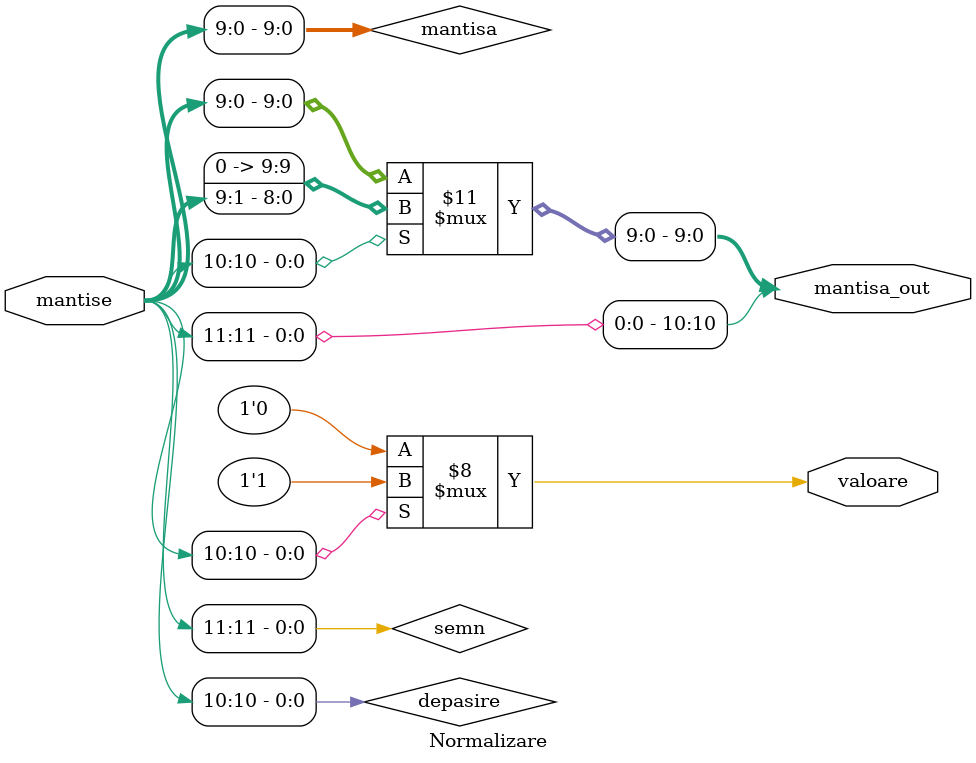
<source format=v>
`timescale 1ns / 1ps


module Normalizare (mantise, valoare, mantisa_out);
	
	input wire [11:0] mantise;
	output reg valoare;
	output reg [10:0] mantisa_out;
	reg [9:0] mantisa;
	reg depasire;
	reg semn;
	
    always @ (mantise)
        begin
            semn = mantise[11];
            depasire = mantise[10];
            mantisa = mantise[9:0];
            
            valoare = 1'b0;
            
            if(depasire == 1'b1)
                begin
                    mantisa_out[9:0] = mantisa >> 1'b1;
                    valoare = 1'b1;
                end
            else
                begin
                    mantisa_out = mantisa;
                end
                
            mantisa_out[10] = semn;
             
            
            
            
            //diferenta = 9'b0;
            
//            if (mantisa[25] != 0)
//            repeat(24)
//                begin
                
//                    if (mantisa[23] == 1'b0)
//                        begin
                        
//                            mantisa = mantisa << 1'b1;
//                            diferenta[7:0] = diferenta[7:0] + 1'b1;
                        
//                        end
                
//                end
                
//            mantisa_out[22:0] = mantisa[22:0];
//            mantisa_out[23] = semn;
            //valoarea2 = diferenta;
        
        end
		
endmodule

</source>
